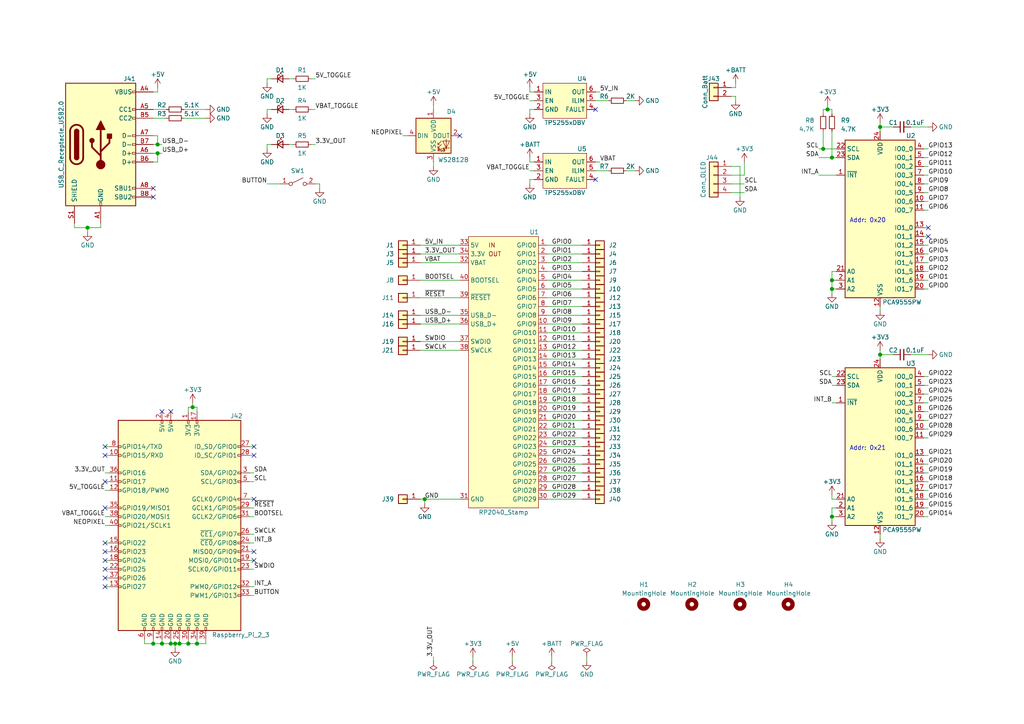
<source format=kicad_sch>
(kicad_sch (version 20230121) (generator eeschema)
  (paper "A4")
  (junction (at 44.45 186.69) (diameter 1.016))
  (junction (at 55.88 118.11) (diameter 1.016))
  (junction (at 255.27 102.87) (diameter 1.016))
  (junction (at 238.76 43.18) (diameter 1.016))
  (junction (at 57.15 186.69) (diameter 1.016))
  (junction (at 123.19 144.78) (diameter 1.016))
  (junction (at 52.07 186.69) (diameter 1.016))
  (junction (at 241.3 45.72) (diameter 1.016))
  (junction (at 241.3 149.86) (diameter 1.016))
  (junction (at 45.72 41.91) (diameter 1.016))
  (junction (at 255.27 36.83) (diameter 1.016))
  (junction (at 49.53 186.69) (diameter 1.016))
  (junction (at 54.61 186.69) (diameter 1.016))
  (junction (at 25.4 66.04) (diameter 1.016))
  (junction (at 241.3 83.82) (diameter 1.016))
  (junction (at 46.99 186.69) (diameter 1.016))
  (junction (at 45.72 44.45) (diameter 1.016))
  (junction (at 241.3 81.28) (diameter 1.016))
  (junction (at 240.03 31.75) (diameter 1.016))
  (junction (at 50.8 186.69) (diameter 1.016))
  (no_connect (at 269.24 66.04))
  (no_connect (at 269.24 68.58))
  (no_connect (at 73.66 129.54))
  (no_connect (at 73.66 132.08))
  (no_connect (at 133.35 39.37))
  (no_connect (at 172.72 31.75))
  (no_connect (at 30.48 157.48))
  (no_connect (at 30.48 160.02))
  (no_connect (at 30.48 162.56))
  (no_connect (at 30.48 165.1))
  (no_connect (at 30.48 167.64))
  (no_connect (at 30.48 170.18))
  (no_connect (at 73.66 144.78))
  (no_connect (at 73.66 160.02))
  (no_connect (at 73.66 162.56))
  (no_connect (at 30.48 129.54))
  (no_connect (at 30.48 132.08))
  (no_connect (at 30.48 139.7))
  (no_connect (at 30.48 147.32))
  (no_connect (at 46.99 119.38))
  (no_connect (at 49.53 119.38))
  (no_connect (at 44.45 54.61))
  (no_connect (at 44.45 57.15))
  (no_connect (at 172.72 52.07))
  (wire (pts (xy 172.72 46.99) (xy 173.99 46.99)))
  (wire (pts (xy 52.07 185.42) (xy 52.07 186.69)))
  (wire (pts (xy 158.75 119.38) (xy 168.91 119.38)))
  (wire (pts (xy 212.09 50.8) (xy 215.9 50.8)))
  (wire (pts (xy 215.9 46.99) (xy 215.9 50.8)))
  (wire (pts (xy 158.75 78.74) (xy 168.91 78.74)))
  (wire (pts (xy 148.59 190.5) (xy 148.59 191.77)))
  (wire (pts (xy 160.02 190.5) (xy 160.02 191.77)))
  (wire (pts (xy 255.27 101.6) (xy 255.27 102.87)))
  (wire (pts (xy 241.3 109.22) (xy 242.57 109.22)))
  (wire (pts (xy 44.45 34.29) (xy 48.26 34.29)))
  (wire (pts (xy 123.19 144.78) (xy 121.92 144.78)))
  (wire (pts (xy 123.19 144.78) (xy 133.35 144.78)))
  (wire (pts (xy 158.75 99.06) (xy 168.91 99.06)))
  (wire (pts (xy 241.3 111.76) (xy 242.57 111.76)))
  (wire (pts (xy 72.39 129.54) (xy 73.66 129.54)))
  (wire (pts (xy 30.48 132.08) (xy 31.75 132.08)))
  (wire (pts (xy 158.75 132.08) (xy 168.91 132.08)))
  (wire (pts (xy 158.75 104.14) (xy 168.91 104.14)))
  (wire (pts (xy 133.35 76.2) (xy 121.92 76.2)))
  (wire (pts (xy 264.16 36.83) (xy 269.24 36.83)))
  (wire (pts (xy 85.09 31.75) (xy 83.82 31.75)))
  (wire (pts (xy 158.75 83.82) (xy 168.91 83.82)))
  (wire (pts (xy 125.73 46.99) (xy 125.73 48.26)))
  (wire (pts (xy 259.08 102.87) (xy 255.27 102.87)))
  (wire (pts (xy 90.17 41.91) (xy 91.44 41.91)))
  (wire (pts (xy 153.67 25.4) (xy 153.67 26.67)))
  (wire (pts (xy 154.94 26.67) (xy 153.67 26.67)))
  (wire (pts (xy 267.97 127) (xy 269.24 127)))
  (wire (pts (xy 30.48 165.1) (xy 31.75 165.1)))
  (wire (pts (xy 77.47 24.13) (xy 77.47 22.86)))
  (wire (pts (xy 30.48 137.16) (xy 31.75 137.16)))
  (wire (pts (xy 30.48 157.48) (xy 31.75 157.48)))
  (wire (pts (xy 255.27 102.87) (xy 255.27 104.14)))
  (wire (pts (xy 267.97 83.82) (xy 269.24 83.82)))
  (wire (pts (xy 267.97 137.16) (xy 269.24 137.16)))
  (wire (pts (xy 158.75 73.66) (xy 168.91 73.66)))
  (wire (pts (xy 21.59 64.77) (xy 21.59 66.04)))
  (wire (pts (xy 44.45 26.67) (xy 45.72 26.67)))
  (wire (pts (xy 25.4 66.04) (xy 29.21 66.04)))
  (wire (pts (xy 44.45 41.91) (xy 45.72 41.91)))
  (wire (pts (xy 267.97 132.08) (xy 269.24 132.08)))
  (wire (pts (xy 45.72 44.45) (xy 46.99 44.45)))
  (wire (pts (xy 77.47 41.91) (xy 78.74 41.91)))
  (wire (pts (xy 255.27 154.94) (xy 255.27 156.21)))
  (wire (pts (xy 212.09 53.34) (xy 215.9 53.34)))
  (wire (pts (xy 77.47 41.91) (xy 77.47 43.18)))
  (wire (pts (xy 72.39 144.78) (xy 73.66 144.78)))
  (wire (pts (xy 158.75 88.9) (xy 168.91 88.9)))
  (wire (pts (xy 158.75 109.22) (xy 168.91 109.22)))
  (wire (pts (xy 267.97 71.12) (xy 269.24 71.12)))
  (wire (pts (xy 267.97 111.76) (xy 269.24 111.76)))
  (wire (pts (xy 54.61 118.11) (xy 54.61 119.38)))
  (wire (pts (xy 212.09 27.94) (xy 213.36 27.94)))
  (wire (pts (xy 30.48 149.86) (xy 31.75 149.86)))
  (wire (pts (xy 158.75 96.52) (xy 168.91 96.52)))
  (wire (pts (xy 241.3 83.82) (xy 241.3 85.09)))
  (wire (pts (xy 242.57 83.82) (xy 241.3 83.82)))
  (wire (pts (xy 30.48 160.02) (xy 31.75 160.02)))
  (wire (pts (xy 158.75 137.16) (xy 168.91 137.16)))
  (wire (pts (xy 241.3 116.84) (xy 242.57 116.84)))
  (wire (pts (xy 259.08 36.83) (xy 255.27 36.83)))
  (wire (pts (xy 267.97 76.2) (xy 269.24 76.2)))
  (wire (pts (xy 41.91 185.42) (xy 41.91 186.69)))
  (wire (pts (xy 41.91 186.69) (xy 44.45 186.69)))
  (wire (pts (xy 44.45 186.69) (xy 46.99 186.69)))
  (wire (pts (xy 46.99 186.69) (xy 49.53 186.69)))
  (wire (pts (xy 49.53 186.69) (xy 50.8 186.69)))
  (wire (pts (xy 50.8 186.69) (xy 52.07 186.69)))
  (wire (pts (xy 52.07 186.69) (xy 54.61 186.69)))
  (wire (pts (xy 54.61 186.69) (xy 57.15 186.69)))
  (wire (pts (xy 57.15 186.69) (xy 59.69 186.69)))
  (wire (pts (xy 59.69 185.42) (xy 59.69 186.69)))
  (wire (pts (xy 72.39 157.48) (xy 73.66 157.48)))
  (wire (pts (xy 85.09 41.91) (xy 83.82 41.91)))
  (wire (pts (xy 30.48 147.32) (xy 31.75 147.32)))
  (wire (pts (xy 45.72 41.91) (xy 46.99 41.91)))
  (wire (pts (xy 240.03 30.48) (xy 240.03 31.75)))
  (wire (pts (xy 45.72 25.4) (xy 45.72 26.67)))
  (wire (pts (xy 242.57 144.78) (xy 241.3 144.78)))
  (wire (pts (xy 267.97 139.7) (xy 269.24 139.7)))
  (wire (pts (xy 72.39 147.32) (xy 73.66 147.32)))
  (wire (pts (xy 90.17 22.86) (xy 91.44 22.86)))
  (wire (pts (xy 267.97 116.84) (xy 269.24 116.84)))
  (wire (pts (xy 242.57 149.86) (xy 241.3 149.86)))
  (wire (pts (xy 212.09 55.88) (xy 215.9 55.88)))
  (wire (pts (xy 116.84 39.37) (xy 118.11 39.37)))
  (wire (pts (xy 267.97 109.22) (xy 269.24 109.22)))
  (wire (pts (xy 72.39 165.1) (xy 73.66 165.1)))
  (wire (pts (xy 241.3 81.28) (xy 241.3 83.82)))
  (wire (pts (xy 242.57 81.28) (xy 241.3 81.28)))
  (wire (pts (xy 158.75 81.28) (xy 168.91 81.28)))
  (wire (pts (xy 158.75 134.62) (xy 168.91 134.62)))
  (wire (pts (xy 267.97 48.26) (xy 269.24 48.26)))
  (wire (pts (xy 267.97 119.38) (xy 269.24 119.38)))
  (wire (pts (xy 158.75 124.46) (xy 168.91 124.46)))
  (wire (pts (xy 158.75 114.3) (xy 168.91 114.3)))
  (wire (pts (xy 91.44 53.34) (xy 92.71 53.34)))
  (wire (pts (xy 213.36 27.94) (xy 213.36 29.21)))
  (wire (pts (xy 72.39 162.56) (xy 73.66 162.56)))
  (wire (pts (xy 172.72 29.21) (xy 176.53 29.21)))
  (wire (pts (xy 21.59 66.04) (xy 25.4 66.04)))
  (wire (pts (xy 125.73 31.75) (xy 125.73 30.48)))
  (wire (pts (xy 90.17 31.75) (xy 91.44 31.75)))
  (wire (pts (xy 44.45 46.99) (xy 45.72 46.99)))
  (wire (pts (xy 267.97 114.3) (xy 269.24 114.3)))
  (wire (pts (xy 241.3 149.86) (xy 241.3 151.13)))
  (wire (pts (xy 77.47 31.75) (xy 77.47 33.02)))
  (wire (pts (xy 238.76 31.75) (xy 240.03 31.75)))
  (wire (pts (xy 238.76 33.02) (xy 238.76 31.75)))
  (wire (pts (xy 240.03 31.75) (xy 241.3 31.75)))
  (wire (pts (xy 241.3 31.75) (xy 241.3 33.02)))
  (wire (pts (xy 158.75 127) (xy 168.91 127)))
  (wire (pts (xy 133.35 71.12) (xy 121.92 71.12)))
  (wire (pts (xy 158.75 101.6) (xy 168.91 101.6)))
  (wire (pts (xy 255.27 35.56) (xy 255.27 36.83)))
  (wire (pts (xy 255.27 36.83) (xy 255.27 38.1)))
  (wire (pts (xy 133.35 86.36) (xy 121.92 86.36)))
  (wire (pts (xy 158.75 91.44) (xy 168.91 91.44)))
  (wire (pts (xy 267.97 43.18) (xy 269.24 43.18)))
  (wire (pts (xy 267.97 50.8) (xy 269.24 50.8)))
  (wire (pts (xy 55.88 116.84) (xy 55.88 118.11)))
  (wire (pts (xy 45.72 46.99) (xy 45.72 44.45)))
  (wire (pts (xy 212.09 48.26) (xy 214.63 48.26)))
  (wire (pts (xy 181.61 29.21) (xy 184.15 29.21)))
  (wire (pts (xy 133.35 91.44) (xy 121.92 91.44)))
  (wire (pts (xy 44.45 39.37) (xy 45.72 39.37)))
  (wire (pts (xy 133.35 99.06) (xy 121.92 99.06)))
  (wire (pts (xy 267.97 45.72) (xy 269.24 45.72)))
  (wire (pts (xy 172.72 49.53) (xy 176.53 49.53)))
  (wire (pts (xy 123.19 146.05) (xy 123.19 144.78)))
  (wire (pts (xy 264.16 102.87) (xy 269.24 102.87)))
  (wire (pts (xy 44.45 44.45) (xy 45.72 44.45)))
  (wire (pts (xy 54.61 185.42) (xy 54.61 186.69)))
  (wire (pts (xy 267.97 149.86) (xy 269.24 149.86)))
  (wire (pts (xy 241.3 78.74) (xy 241.3 81.28)))
  (wire (pts (xy 242.57 78.74) (xy 241.3 78.74)))
  (wire (pts (xy 267.97 73.66) (xy 269.24 73.66)))
  (wire (pts (xy 153.67 31.75) (xy 153.67 33.02)))
  (wire (pts (xy 154.94 31.75) (xy 153.67 31.75)))
  (wire (pts (xy 44.45 185.42) (xy 44.45 186.69)))
  (wire (pts (xy 30.48 139.7) (xy 31.75 139.7)))
  (wire (pts (xy 158.75 121.92) (xy 168.91 121.92)))
  (wire (pts (xy 158.75 144.78) (xy 168.91 144.78)))
  (wire (pts (xy 267.97 121.92) (xy 269.24 121.92)))
  (wire (pts (xy 153.67 45.72) (xy 153.67 46.99)))
  (wire (pts (xy 181.61 49.53) (xy 184.15 49.53)))
  (wire (pts (xy 267.97 147.32) (xy 269.24 147.32)))
  (wire (pts (xy 170.18 190.5) (xy 170.18 191.77)))
  (wire (pts (xy 45.72 39.37) (xy 45.72 41.91)))
  (wire (pts (xy 158.75 106.68) (xy 168.91 106.68)))
  (wire (pts (xy 267.97 142.24) (xy 269.24 142.24)))
  (wire (pts (xy 133.35 81.28) (xy 121.92 81.28)))
  (wire (pts (xy 133.35 101.6) (xy 121.92 101.6)))
  (wire (pts (xy 158.75 116.84) (xy 168.91 116.84)))
  (wire (pts (xy 267.97 55.88) (xy 269.24 55.88)))
  (wire (pts (xy 137.16 190.5) (xy 137.16 191.77)))
  (wire (pts (xy 57.15 118.11) (xy 57.15 119.38)))
  (wire (pts (xy 133.35 73.66) (xy 121.92 73.66)))
  (wire (pts (xy 133.35 93.98) (xy 121.92 93.98)))
  (wire (pts (xy 72.39 160.02) (xy 73.66 160.02)))
  (wire (pts (xy 30.48 162.56) (xy 31.75 162.56)))
  (wire (pts (xy 25.4 66.04) (xy 25.4 67.31)))
  (wire (pts (xy 158.75 71.12) (xy 168.91 71.12)))
  (wire (pts (xy 85.09 22.86) (xy 83.82 22.86)))
  (wire (pts (xy 267.97 78.74) (xy 269.24 78.74)))
  (wire (pts (xy 158.75 142.24) (xy 168.91 142.24)))
  (wire (pts (xy 213.36 24.13) (xy 213.36 25.4)))
  (wire (pts (xy 212.09 25.4) (xy 213.36 25.4)))
  (wire (pts (xy 242.57 147.32) (xy 241.3 147.32)))
  (wire (pts (xy 214.63 57.15) (xy 214.63 48.26)))
  (wire (pts (xy 50.8 186.69) (xy 50.8 187.96)))
  (wire (pts (xy 77.47 31.75) (xy 78.74 31.75)))
  (wire (pts (xy 44.45 31.75) (xy 48.26 31.75)))
  (wire (pts (xy 238.76 43.18) (xy 238.76 38.1)))
  (wire (pts (xy 153.67 29.21) (xy 154.94 29.21)))
  (wire (pts (xy 237.49 50.8) (xy 242.57 50.8)))
  (wire (pts (xy 30.48 167.64) (xy 31.75 167.64)))
  (wire (pts (xy 72.39 172.72) (xy 73.66 172.72)))
  (wire (pts (xy 154.94 46.99) (xy 153.67 46.99)))
  (wire (pts (xy 158.75 86.36) (xy 168.91 86.36)))
  (wire (pts (xy 72.39 154.94) (xy 73.66 154.94)))
  (wire (pts (xy 267.97 134.62) (xy 269.24 134.62)))
  (wire (pts (xy 30.48 152.4) (xy 31.75 152.4)))
  (wire (pts (xy 158.75 111.76) (xy 168.91 111.76)))
  (wire (pts (xy 30.48 129.54) (xy 31.75 129.54)))
  (wire (pts (xy 241.3 147.32) (xy 241.3 149.86)))
  (wire (pts (xy 29.21 66.04) (xy 29.21 64.77)))
  (wire (pts (xy 241.3 143.51) (xy 241.3 144.78)))
  (wire (pts (xy 54.61 118.11) (xy 55.88 118.11)))
  (wire (pts (xy 55.88 118.11) (xy 57.15 118.11)))
  (wire (pts (xy 267.97 81.28) (xy 269.24 81.28)))
  (wire (pts (xy 77.47 22.86) (xy 78.74 22.86)))
  (wire (pts (xy 154.94 52.07) (xy 153.67 52.07)))
  (wire (pts (xy 30.48 170.18) (xy 31.75 170.18)))
  (wire (pts (xy 46.99 185.42) (xy 46.99 186.69)))
  (wire (pts (xy 158.75 93.98) (xy 168.91 93.98)))
  (wire (pts (xy 158.75 76.2) (xy 168.91 76.2)))
  (wire (pts (xy 72.39 170.18) (xy 73.66 170.18)))
  (wire (pts (xy 30.48 142.24) (xy 31.75 142.24)))
  (wire (pts (xy 72.39 149.86) (xy 73.66 149.86)))
  (wire (pts (xy 49.53 185.42) (xy 49.53 186.69)))
  (wire (pts (xy 81.28 53.34) (xy 77.47 53.34)))
  (wire (pts (xy 125.73 190.5) (xy 125.73 191.77)))
  (wire (pts (xy 237.49 43.18) (xy 238.76 43.18)))
  (wire (pts (xy 238.76 43.18) (xy 242.57 43.18)))
  (wire (pts (xy 53.34 34.29) (xy 59.69 34.29)))
  (wire (pts (xy 241.3 45.72) (xy 241.3 38.1)))
  (wire (pts (xy 267.97 58.42) (xy 269.24 58.42)))
  (wire (pts (xy 267.97 144.78) (xy 269.24 144.78)))
  (wire (pts (xy 267.97 68.58) (xy 269.24 68.58)))
  (wire (pts (xy 153.67 49.53) (xy 154.94 49.53)))
  (wire (pts (xy 53.34 31.75) (xy 59.69 31.75)))
  (wire (pts (xy 153.67 52.07) (xy 153.67 53.34)))
  (wire (pts (xy 72.39 132.08) (xy 73.66 132.08)))
  (wire (pts (xy 267.97 66.04) (xy 269.24 66.04)))
  (wire (pts (xy 57.15 185.42) (xy 57.15 186.69)))
  (wire (pts (xy 267.97 53.34) (xy 269.24 53.34)))
  (wire (pts (xy 267.97 60.96) (xy 269.24 60.96)))
  (wire (pts (xy 158.75 139.7) (xy 168.91 139.7)))
  (wire (pts (xy 237.49 45.72) (xy 241.3 45.72)))
  (wire (pts (xy 241.3 45.72) (xy 242.57 45.72)))
  (wire (pts (xy 255.27 88.9) (xy 255.27 90.17)))
  (wire (pts (xy 92.71 53.34) (xy 92.71 54.61)))
  (wire (pts (xy 72.39 137.16) (xy 73.66 137.16)))
  (wire (pts (xy 158.75 129.54) (xy 168.91 129.54)))
  (wire (pts (xy 172.72 26.67) (xy 173.99 26.67)))
  (wire (pts (xy 267.97 124.46) (xy 269.24 124.46)))
  (wire (pts (xy 72.39 139.7) (xy 73.66 139.7)))
  (text "Addr: 0x20" (at 246.38 64.77 0) (effects (font (size 1.27 1.27)) (justify left bottom)))
  (text "Addr: 0x21" (at 246.38 130.81 0) (effects (font (size 1.27 1.27)) (justify left bottom)))
  (label "VBAT_TOGGLE" (at 91.44 31.75 0))
  (label "GPIO29" (at 160.02 144.78 0))
  (label "SDA" (at 215.9 55.88 0))
  (label "GPIO9" (at 269.24 53.34 0))
  (label "GND" (at 123.19 144.78 0))
  (label "5V_TOGGLE" (at 30.48 142.24 180))
  (label "VBAT" (at 123.19 76.2 0))
  (label "GPIO17" (at 160.02 114.3 0))
  (label "GPIO24" (at 160.02 132.08 0))
  (label "GPIO26" (at 160.02 137.16 0))
  (label "USB_D-" (at 46.99 41.91 0))
  (label "3.3V_OUT" (at 125.73 190.5 90))
  (label "BOOTSEL" (at 123.19 81.28 0))
  (label "GPIO21" (at 269.24 132.08 0))
  (label "NEOPIXEL" (at 116.84 39.37 180))
  (label "BUTTON" (at 73.66 172.72 0))
  (label "GPIO11" (at 160.02 99.06 0))
  (label "GPIO25" (at 269.24 116.84 0))
  (label "5V_IN" (at 173.99 26.67 0))
  (label "GPIO14" (at 269.24 149.86 0))
  (label "GPIO15" (at 160.02 109.22 0))
  (label "VBAT_TOGGLE" (at 30.48 149.86 180))
  (label "3.3V_OUT" (at 123.19 73.66 0))
  (label "GPIO19" (at 160.02 119.38 0))
  (label "USB_D+" (at 46.99 44.45 0))
  (label "GPIO26" (at 269.24 119.38 0))
  (label "INT_B" (at 73.66 157.48 0))
  (label "SDA" (at 237.49 45.72 180))
  (label "GPIO17" (at 269.24 142.24 0))
  (label "GPIO22" (at 160.02 127 0))
  (label "USB_D-" (at 123.19 91.44 0))
  (label "SCL" (at 215.9 53.34 0))
  (label "BUTTON" (at 77.47 53.34 180))
  (label "GPIO7" (at 160.02 88.9 0))
  (label "SWDIO" (at 73.66 165.1 0))
  (label "GPIO11" (at 269.24 48.26 0))
  (label "GPIO3" (at 160.02 78.74 0))
  (label "SCL" (at 237.49 43.18 180))
  (label "GPIO5" (at 269.24 71.12 0))
  (label "GPIO14" (at 160.02 106.68 0))
  (label "GPIO27" (at 269.24 121.92 0))
  (label "GPIO22" (at 269.24 109.22 0))
  (label "BOOTSEL" (at 73.66 149.86 0))
  (label "SWDIO" (at 123.19 99.06 0))
  (label "GPIO5" (at 160.02 83.82 0))
  (label "GPIO21" (at 160.02 124.46 0))
  (label "GPIO6" (at 269.24 60.96 0))
  (label "GPIO29" (at 269.24 127 0))
  (label "GPIO7" (at 269.24 58.42 0))
  (label "GPIO1" (at 160.02 73.66 0))
  (label "GPIO23" (at 269.24 111.76 0))
  (label "GPIO12" (at 269.24 45.72 0))
  (label "GPIO4" (at 269.24 73.66 0))
  (label "USB_D+" (at 123.19 93.98 0))
  (label "GPIO16" (at 160.02 111.76 0))
  (label "GPIO13" (at 269.24 43.18 0))
  (label "GPIO18" (at 160.02 116.84 0))
  (label "5V_TOGGLE" (at 91.44 22.86 0))
  (label "GPIO9" (at 160.02 93.98 0))
  (label "GPIO27" (at 160.02 139.7 0))
  (label "GPIO2" (at 269.24 78.74 0))
  (label "VBAT_TOGGLE" (at 153.67 49.53 180))
  (label "GPIO20" (at 160.02 121.92 0))
  (label "GPIO6" (at 160.02 86.36 0))
  (label "INT_A" (at 73.66 170.18 0))
  (label "INT_B" (at 241.3 116.84 180))
  (label "GPIO8" (at 160.02 91.44 0))
  (label "NEOPIXEL" (at 30.48 152.4 180))
  (label "GPIO18" (at 269.24 139.7 0))
  (label "3.3V_OUT" (at 91.44 41.91 0))
  (label "SDA" (at 241.3 111.76 180))
  (label "GPIO3" (at 269.24 76.2 0))
  (label "GPIO0" (at 160.02 71.12 0))
  (label "GPIO10" (at 269.24 50.8 0))
  (label "GPIO4" (at 160.02 81.28 0))
  (label "GPIO15" (at 269.24 147.32 0))
  (label "GPIO28" (at 160.02 142.24 0))
  (label "5V_TOGGLE" (at 153.67 29.21 180))
  (label "5V_IN" (at 123.19 71.12 0))
  (label "VBAT" (at 173.99 46.99 0))
  (label "GPIO20" (at 269.24 134.62 0))
  (label "GPIO0" (at 269.24 83.82 0))
  (label "~{RESET}" (at 123.19 86.36 0))
  (label "GPIO19" (at 269.24 137.16 0))
  (label "GPIO1" (at 269.24 81.28 0))
  (label "GPIO25" (at 160.02 134.62 0))
  (label "GPIO12" (at 160.02 101.6 0))
  (label "GPIO28" (at 269.24 124.46 0))
  (label "GPIO13" (at 160.02 104.14 0))
  (label "GPIO16" (at 269.24 144.78 0))
  (label "SWCLK" (at 123.19 101.6 0))
  (label "GPIO23" (at 160.02 129.54 0))
  (label "SWCLK" (at 73.66 154.94 0))
  (label "GPIO8" (at 269.24 55.88 0))
  (label "INT_A" (at 237.49 50.8 180))
  (label "GPIO24" (at 269.24 114.3 0))
  (label "3.3V_OUT" (at 30.48 137.16 180))
  (label "SDA" (at 73.66 137.16 0))
  (label "GPIO10" (at 160.02 96.52 0))
  (label "SCL" (at 241.3 109.22 180))
  (label "SCL" (at 73.66 139.7 0))
  (label "~{RESET}" (at 73.66 147.32 0))
  (label "GPIO2" (at 160.02 76.2 0))
  (symbol (lib_id "Connector_Generic:Conn_01x01") (at 173.99 71.12 0) (unit 1)
    (property "Reference" "J2" (at 176.53 71.1199 0) (effects (justify left)))
    (property "Value" "Conn_01x01" (effects hide))
    (property "Footprint" "Connector_Extra:StampSpring_1x01_P1.00mm_Vertical" (effects hide))
  )
  (symbol (lib_id "Device:R_Small") (at 179.07 29.21 270) (unit 1)
    (property "Reference" "R6" (at 175.26 27.94 90))
    (property "Value" "2K" (at 182.88 27.94 90))
    (property "Footprint" "Resistor_SMD:R_0603_1608Metric" (effects hide))
  )
  (symbol (lib_id "LED:WS2812B") (at 125.73 39.37 0) (unit 1)
    (property "Reference" "D4" (at 129.54 32.3849 0) (effects (justify left)))
    (property "Value" "WS2812B" (at 127 46.3549 0) (effects (justify left)))
    (property "Footprint" "LED_SMD:LED_WS2812B_PLCC4_5.0x5.0mm_P3.2mm" (effects hide))
    (property "Datasheet" "https://cdn-shop.adafruit.com/datasheets/WS2812B.pdf" (effects hide))
  )
  (symbol (lib_id "Connector_Generic:Conn_01x01") (at 173.99 78.74 0) (unit 1)
    (property "Reference" "J7" (at 176.53 78.7399 0) (effects (justify left)))
    (property "Value" "Conn_01x01" (effects hide))
    (property "Footprint" "Connector_Extra:StampSpring_1x01_P1.00mm_Vertical" (effects hide))
  )
  (symbol (lib_id "power:GND") (at 59.69 31.75 90) (unit 1)
    (property "Reference" "#PWR0127" (effects hide))
    (property "Value" "GND" (at 64.77 31.75 90))
  )
  (symbol (lib_id "Interface_Expansion:PCA9555PW") (at 255.27 63.5 0) (unit 1)
    (property "Reference" "U2" (at 264.16 39.37 0))
    (property "Value" "PCA9555PW" (at 261.62 87.63 0))
    (property "Footprint" "Package_SO:TSSOP-24_4.4x7.8mm_P0.65mm" (effects hide))
    (property "Datasheet" "https://www.nxp.com/docs/en/data-sheet/PCA9555.pdf" (effects hide))
  )
  (symbol (lib_id "Connector_Generic:Conn_01x01") (at 173.99 137.16 0) (unit 1)
    (property "Reference" "J36" (at 176.53 137.1599 0) (effects (justify left)))
    (property "Value" "Conn_01x01" (effects hide))
    (property "Footprint" "Connector_Extra:StampSpring_1x01_P1.00mm_Vertical" (effects hide))
  )
  (symbol (lib_id "power:GND") (at 269.24 36.83 90) (unit 1)
    (property "Reference" "#PWR0114" (effects hide))
    (property "Value" "GND" (at 274.32 36.83 90))
  )
  (symbol (lib_id "power:GND") (at 59.69 34.29 90) (unit 1)
    (property "Reference" "#PWR0128" (effects hide))
    (property "Value" "GND" (at 64.77 34.29 90))
  )
  (symbol (lib_id "Connector_Generic:Conn_01x01") (at 116.84 76.2 0) (mirror y) (unit 1)
    (property "Reference" "J5" (at 114.3 76.1999 0) (effects (justify left)))
    (property "Value" "Conn_01x01" (effects hide))
    (property "Footprint" "Connector_Extra:StampSpring_1x01_P1.00mm_Vertical" (effects hide))
  )
  (symbol (lib_id "power:GND") (at 184.15 29.21 90) (unit 1)
    (property "Reference" "#PWR0137" (effects hide))
    (property "Value" "GND" (at 189.23 29.21 90))
  )
  (symbol (lib_id "power:GND") (at 77.47 24.13 0) (unit 1)
    (property "Reference" "#PWR0115" (effects hide))
    (property "Value" "GND" (at 77.47 27.94 0))
  )
  (symbol (lib_id "power:GND") (at 125.73 48.26 0) (unit 1)
    (property "Reference" "#PWR0135" (effects hide))
    (property "Value" "GND" (at 125.73 52.07 0))
  )
  (symbol (lib_id "power:+BATT") (at 153.67 45.72 0) (unit 1)
    (property "Reference" "#PWR0120" (effects hide))
    (property "Value" "+BATT" (at 153.67 41.91 0))
  )
  (symbol (lib_id "Connector_Generic:Conn_01x01") (at 173.99 114.3 0) (unit 1)
    (property "Reference" "J27" (at 176.53 114.2999 0) (effects (justify left)))
    (property "Value" "Conn_01x01" (effects hide))
    (property "Footprint" "Connector_Extra:StampSpring_1x01_P1.00mm_Vertical" (effects hide))
  )
  (symbol (lib_id "Connector_Generic:Conn_01x01") (at 173.99 99.06 0) (unit 1)
    (property "Reference" "J20" (at 176.53 99.0599 0) (effects (justify left)))
    (property "Value" "Conn_01x01" (effects hide))
    (property "Footprint" "Connector_Extra:StampSpring_1x01_P1.00mm_Vertical" (effects hide))
  )
  (symbol (lib_id "Connector_Generic:Conn_01x01") (at 116.84 91.44 0) (mirror y) (unit 1)
    (property "Reference" "J14" (at 114.3 91.4399 0) (effects (justify left)))
    (property "Value" "Conn_01x01" (effects hide))
    (property "Footprint" "Connector_Extra:StampSpring_1x01_P1.00mm_Vertical" (effects hide))
  )
  (symbol (lib_id "Power_Management_Extra:TPS255xDBV") (at 163.83 49.53 0) (unit 1)
    (property "Reference" "U5" (at 170.18 43.18 0) (effects (justify right)))
    (property "Value" "TPS255xDBV" (at 163.83 55.88 0))
    (property "Footprint" "Package_TO_SOT_SMD:SOT-23-6" (effects hide))
    (property "Datasheet" "https://www.ti.com/lit/ds/symlink/tps2553.pdf?ts=1623319268565&ref_url=https%253A%252F%252Fwww.ti.com%252Fproduct%252FTPS2553" (effects hide))
  )
  (symbol (lib_id "Connector_Generic:Conn_01x01") (at 116.84 93.98 0) (mirror y) (unit 1)
    (property "Reference" "J16" (at 114.3 93.9799 0) (effects (justify left)))
    (property "Value" "Conn_01x01" (effects hide))
    (property "Footprint" "Connector_Extra:StampSpring_1x01_P1.00mm_Vertical" (effects hide))
  )
  (symbol (lib_id "Device:LED_Small") (at 81.28 22.86 0) (unit 1)
    (property "Reference" "D1" (at 81.28 20.32 0))
    (property "Value" "LED_5V_TGL" (effects hide))
    (property "Footprint" "LED_SMD:LED_0603_1608Metric" (effects hide))
  )
  (symbol (lib_id "RP2040_Stamp:RP2040_Stamp") (at 146.05 110.49 0) (unit 1)
    (property "Reference" "U1" (at 154.94 67.31 0))
    (property "Value" "RP2040_Stamp" (at 146.05 148.59 0))
    (property "Footprint" "RP2040_Stamp:RP2040_Stamp_SMD" (effects hide))
  )
  (symbol (lib_id "Connector_Generic:Conn_01x01") (at 173.99 124.46 0) (unit 1)
    (property "Reference" "J31" (at 176.53 124.4599 0) (effects (justify left)))
    (property "Value" "Conn_01x01" (effects hide))
    (property "Footprint" "Connector_Extra:StampSpring_1x01_P1.00mm_Vertical" (effects hide))
  )
  (symbol (lib_id "power:GND") (at 77.47 33.02 0) (unit 1)
    (property "Reference" "#PWR0116" (effects hide))
    (property "Value" "GND" (at 77.47 36.83 0))
  )
  (symbol (lib_id "power:+BATT") (at 213.36 24.13 0) (unit 1)
    (property "Reference" "#PWR0119" (effects hide))
    (property "Value" "+BATT" (at 213.36 20.32 0))
  )
  (symbol (lib_id "power:GND") (at 241.3 85.09 0) (unit 1)
    (property "Reference" "#PWR0103" (effects hide))
    (property "Value" "GND" (at 241.3 88.9 0))
  )
  (symbol (lib_id "power:+3.3V") (at 215.9 46.99 0) (unit 1)
    (property "Reference" "#PWR0132" (effects hide))
    (property "Value" "+3.3V" (at 215.9 43.18 0))
  )
  (symbol (lib_id "Connector_Generic:Conn_01x01") (at 116.84 73.66 0) (mirror y) (unit 1)
    (property "Reference" "J3" (at 114.3 73.6599 0) (effects (justify left)))
    (property "Value" "Conn_01x01" (effects hide))
    (property "Footprint" "Connector_Extra:StampSpring_1x01_P1.00mm_Vertical" (effects hide))
  )
  (symbol (lib_id "Connector_Generic:Conn_01x01") (at 173.99 91.44 0) (unit 1)
    (property "Reference" "J15" (at 176.53 91.4399 0) (effects (justify left)))
    (property "Value" "Conn_01x01" (effects hide))
    (property "Footprint" "Connector_Extra:StampSpring_1x01_P1.00mm_Vertical" (effects hide))
  )
  (symbol (lib_id "Device:LED_Small") (at 81.28 31.75 0) (unit 1)
    (property "Reference" "D2" (at 81.28 29.21 0))
    (property "Value" "LED_VBAT_TGL" (effects hide))
    (property "Footprint" "LED_SMD:LED_0603_1608Metric" (effects hide))
  )
  (symbol (lib_id "power:GND") (at 241.3 151.13 0) (unit 1)
    (property "Reference" "#PWR0106" (effects hide))
    (property "Value" "GND" (at 241.3 154.94 0))
  )
  (symbol (lib_id "power:GND") (at 255.27 156.21 0) (unit 1)
    (property "Reference" "#PWR0107" (effects hide))
    (property "Value" "GND" (at 255.27 160.02 0))
  )
  (symbol (lib_id "power:PWR_FLAG") (at 148.59 191.77 180) (unit 1)
    (property "Reference" "#FLG0104" (effects hide))
    (property "Value" "PWR_FLAG" (at 148.59 195.58 0))
  )
  (symbol (lib_id "power:+5V") (at 125.73 30.48 0) (unit 1)
    (property "Reference" "#PWR0134" (effects hide))
    (property "Value" "+5V" (at 125.73 26.67 0))
  )
  (symbol (lib_id "Connector_Generic:Conn_01x01") (at 173.99 88.9 0) (unit 1)
    (property "Reference" "J13" (at 176.53 88.8999 0) (effects (justify left)))
    (property "Value" "Conn_01x01" (effects hide))
    (property "Footprint" "Connector_Extra:StampSpring_1x01_P1.00mm_Vertical" (effects hide))
  )
  (symbol (lib_id "Device:R_Small") (at 50.8 31.75 90) (unit 1)
    (property "Reference" "R2" (at 48.26 30.48 90) (effects (justify left)))
    (property "Value" "5.1K" (at 53.34 30.48 90) (effects (justify right)))
    (property "Footprint" "Resistor_SMD:R_0603_1608Metric" (effects hide))
  )
  (symbol (lib_id "Connector_Generic:Conn_01x01") (at 173.99 121.92 0) (unit 1)
    (property "Reference" "J30" (at 176.53 121.9199 0) (effects (justify left)))
    (property "Value" "Conn_01x01" (effects hide))
    (property "Footprint" "Connector_Extra:StampSpring_1x01_P1.00mm_Vertical" (effects hide))
  )
  (symbol (lib_id "Connector_Generic:Conn_01x01") (at 173.99 129.54 0) (unit 1)
    (property "Reference" "J33" (at 176.53 129.5399 0) (effects (justify left)))
    (property "Value" "Conn_01x01" (effects hide))
    (property "Footprint" "Connector_Extra:StampSpring_1x01_P1.00mm_Vertical" (effects hide))
  )
  (symbol (lib_id "power:GND") (at 92.71 54.61 0) (mirror y) (unit 1)
    (property "Reference" "#PWR0133" (effects hide))
    (property "Value" "GND" (at 92.71 58.42 0))
  )
  (symbol (lib_id "power:+5V") (at 148.59 190.5 0) (unit 1)
    (property "Reference" "#PWR0111" (effects hide))
    (property "Value" "+5V" (at 148.59 186.69 0))
  )
  (symbol (lib_id "power:GND") (at 170.18 191.77 0) (unit 1)
    (property "Reference" "#PWR0109" (effects hide))
    (property "Value" "GND" (at 170.18 195.58 0))
  )
  (symbol (lib_id "Connector_Generic:Conn_01x01") (at 173.99 139.7 0) (unit 1)
    (property "Reference" "J37" (at 176.53 139.6999 0) (effects (justify left)))
    (property "Value" "Conn_01x01" (effects hide))
    (property "Footprint" "Connector_Extra:StampSpring_1x01_P1.00mm_Vertical" (effects hide))
  )
  (symbol (lib_id "Connector_Generic:Conn_01x01") (at 116.84 144.78 0) (mirror y) (unit 1)
    (property "Reference" "J39" (at 114.3 144.7799 0) (effects (justify left)))
    (property "Value" "Conn_01x01" (effects hide))
    (property "Footprint" "Connector_Extra:StampSpring_1x01_P1.00mm_Vertical" (effects hide))
  )
  (symbol (lib_id "Device:R_Small") (at 238.76 35.56 0) (mirror y) (unit 1)
    (property "Reference" "R8" (at 236.22 34.9249 0) (effects (justify left)))
    (property "Value" "4.7K" (at 236.22 37.4649 0) (effects (justify left)))
    (property "Footprint" "Resistor_SMD:R_0603_1608Metric" (effects hide))
  )
  (symbol (lib_id "Device:C_Small") (at 261.62 102.87 90) (unit 1)
    (property "Reference" "C2" (at 259.08 101.6 90))
    (property "Value" "0.1uF" (at 265.43 101.6 90))
    (property "Footprint" "Capacitor_SMD:C_0603_1608Metric" (effects hide))
  )
  (symbol (lib_id "Mechanical:MountingHole") (at 186.69 175.26 270) (unit 1)
    (property "Reference" "H1" (at 185.42 169.5449 90) (effects (justify left)))
    (property "Value" "MountingHole" (at 180.34 172.0849 90) (effects (justify left)))
    (property "Footprint" "MountingHole:MountingHole_3.2mm_M3" (effects hide))
  )
  (symbol (lib_id "power:GND") (at 123.19 146.05 0) (unit 1)
    (property "Reference" "#PWR0124" (effects hide))
    (property "Value" "GND" (at 123.19 149.86 0))
  )
  (symbol (lib_id "power:PWR_FLAG") (at 137.16 191.77 180) (unit 1)
    (property "Reference" "#FLG0105" (effects hide))
    (property "Value" "PWR_FLAG" (at 137.16 195.58 0))
  )
  (symbol (lib_id "power:GND") (at 153.67 33.02 0) (unit 1)
    (property "Reference" "#PWR0121" (effects hide))
    (property "Value" "GND" (at 153.67 36.83 0))
  )
  (symbol (lib_id "Connector_Generic:Conn_01x04") (at 207.01 50.8 0) (mirror y) (unit 1)
    (property "Reference" "J44" (at 206.502 45.72 0))
    (property "Value" "Conn_OLED" (at 203.962 52.07 90))
    (property "Footprint" "Connector_PinHeader_2.54mm:PinHeader_1x04_P2.54mm_Vertical" (effects hide))
  )
  (symbol (lib_id "Device:LED_Small") (at 81.28 41.91 0) (unit 1)
    (property "Reference" "D3" (at 81.28 39.37 0))
    (property "Value" "LED_VBAT_TGL" (effects hide))
    (property "Footprint" "LED_SMD:LED_0603_1608Metric" (effects hide))
  )
  (symbol (lib_id "Connector_Generic:Conn_01x01") (at 173.99 93.98 0) (unit 1)
    (property "Reference" "J17" (at 176.53 93.9799 0) (effects (justify left)))
    (property "Value" "Conn_01x01" (effects hide))
    (property "Footprint" "Connector_Extra:StampSpring_1x01_P1.00mm_Vertical" (effects hide))
  )
  (symbol (lib_id "Connector_Generic:Conn_01x01") (at 116.84 99.06 0) (mirror y) (unit 1)
    (property "Reference" "J19" (at 114.3 99.0599 0) (effects (justify left)))
    (property "Value" "Conn_01x01" (effects hide))
    (property "Footprint" "Connector_Extra:StampSpring_1x01_P1.00mm_Vertical" (effects hide))
  )
  (symbol (lib_id "Connector:Raspberry_Pi_2_3") (at 52.07 152.4 0) (unit 1)
    (property "Reference" "J42" (at 68.58 120.65 0))
    (property "Value" "Raspberry_Pi_2_3" (at 69.85 184.15 0))
    (property "Footprint" "Connector_PinHeader_2.54mm:PinHeader_2x20_P2.54mm_Vertical" (effects hide))
    (property "Datasheet" "https://www.raspberrypi.org/documentation/hardware/raspberrypi/schematics/rpi_SCH_3bplus_1p0_reduced.pdf" (effects hide))
  )
  (symbol (lib_id "Connector_Generic:Conn_01x01") (at 173.99 127 0) (unit 1)
    (property "Reference" "J32" (at 176.53 126.9999 0) (effects (justify left)))
    (property "Value" "Conn_01x01" (effects hide))
    (property "Footprint" "Connector_Extra:StampSpring_1x01_P1.00mm_Vertical" (effects hide))
  )
  (symbol (lib_id "power:GND") (at 153.67 53.34 0) (unit 1)
    (property "Reference" "#PWR0117" (effects hide))
    (property "Value" "GND" (at 153.67 57.15 0))
  )
  (symbol (lib_id "Connector_Generic:Conn_01x01") (at 173.99 111.76 0) (unit 1)
    (property "Reference" "J26" (at 176.53 111.7599 0) (effects (justify left)))
    (property "Value" "Conn_01x01" (effects hide))
    (property "Footprint" "Connector_Extra:StampSpring_1x01_P1.00mm_Vertical" (effects hide))
  )
  (symbol (lib_id "Connector_Generic:Conn_01x01") (at 173.99 144.78 0) (unit 1)
    (property "Reference" "J40" (at 176.53 144.7799 0) (effects (justify left)))
    (property "Value" "Conn_01x01" (effects hide))
    (property "Footprint" "Connector_Extra:StampSpring_1x01_P1.00mm_Vertical" (effects hide))
  )
  (symbol (lib_id "Connector_Generic:Conn_01x01") (at 173.99 142.24 0) (unit 1)
    (property "Reference" "J38" (at 176.53 142.2399 0) (effects (justify left)))
    (property "Value" "Conn_01x01" (effects hide))
    (property "Footprint" "Connector_Extra:StampSpring_1x01_P1.00mm_Vertical" (effects hide))
  )
  (symbol (lib_id "power:PWR_FLAG") (at 160.02 191.77 180) (unit 1)
    (property "Reference" "#FLG0101" (effects hide))
    (property "Value" "PWR_FLAG" (at 160.02 195.58 0))
  )
  (symbol (lib_id "Interface_Expansion:PCA9555PW") (at 255.27 129.54 0) (unit 1)
    (property "Reference" "U3" (at 264.16 105.41 0))
    (property "Value" "PCA9555PW" (at 261.62 153.67 0))
    (property "Footprint" "Package_SO:TSSOP-24_4.4x7.8mm_P0.65mm" (effects hide))
    (property "Datasheet" "https://www.nxp.com/docs/en/data-sheet/PCA9555.pdf" (effects hide))
  )
  (symbol (lib_id "Connector:USB_C_Receptacle_USB2.0") (at 29.21 41.91 0) (unit 1)
    (property "Reference" "J41" (at 39.37 22.86 0) (effects (justify right)))
    (property "Value" "USB_C_Receptacle_USB2.0" (at 17.78 41.91 90))
    (property "Footprint" "Connector_USB:USB_C_Receptacle_XKB_U262-16XN-4BVC11" (effects hide))
    (property "Datasheet" "https://www.usb.org/sites/default/files/documents/usb_type-c.zip" (effects hide))
    (property "LCSC" "C319148" (effects hide))
  )
  (symbol (lib_id "Mechanical:MountingHole") (at 228.6 175.26 270) (unit 1)
    (property "Reference" "H4" (at 227.33 169.5449 90) (effects (justify left)))
    (property "Value" "MountingHole" (at 222.25 172.0849 90) (effects (justify left)))
    (property "Footprint" "MountingHole:MountingHole_3.2mm_M3" (effects hide))
  )
  (symbol (lib_id "Connector_Generic:Conn_01x01") (at 173.99 73.66 0) (unit 1)
    (property "Reference" "J4" (at 176.53 73.6599 0) (effects (justify left)))
    (property "Value" "Conn_01x01" (effects hide))
    (property "Footprint" "Connector_Extra:StampSpring_1x01_P1.00mm_Vertical" (effects hide))
  )
  (symbol (lib_id "power:GND") (at 213.36 29.21 0) (unit 1)
    (property "Reference" "#PWR0118" (effects hide))
    (property "Value" "GND" (at 213.36 33.02 0))
  )
  (symbol (lib_id "power:GND") (at 214.63 57.15 0) (unit 1)
    (property "Reference" "#PWR0131" (effects hide))
    (property "Value" "GND" (at 214.63 60.96 0))
  )
  (symbol (lib_id "Mechanical:MountingHole") (at 214.63 175.26 270) (unit 1)
    (property "Reference" "H3" (at 213.36 169.5449 90) (effects (justify left)))
    (property "Value" "MountingHole" (at 208.28 172.0849 90) (effects (justify left)))
    (property "Footprint" "MountingHole:MountingHole_3.2mm_M3" (effects hide))
  )
  (symbol (lib_id "power:+BATT") (at 160.02 190.5 0) (unit 1)
    (property "Reference" "#PWR0110" (effects hide))
    (property "Value" "+BATT" (at 160.02 186.69 0))
  )
  (symbol (lib_id "Switch:SW_SPST") (at 86.36 53.34 0) (unit 1)
    (property "Reference" "SW1" (at 86.36 49.53 0))
    (property "Value" "BTN_START" (effects hide))
    (property "Footprint" "Button_Switch_SMD:SW_SPST_PTS645" (effects hide))
  )
  (symbol (lib_id "power:GND") (at 50.8 187.96 0) (unit 1)
    (property "Reference" "#PWR0122" (effects hide))
    (property "Value" "GND" (at 50.8 191.77 0))
  )
  (symbol (lib_id "power:GND") (at 184.15 49.53 90) (unit 1)
    (property "Reference" "#PWR0136" (effects hide))
    (property "Value" "GND" (at 189.23 49.53 90))
  )
  (symbol (lib_id "power:+3.3V") (at 137.16 190.5 0) (unit 1)
    (property "Reference" "#PWR0112" (effects hide))
    (property "Value" "+3.3V" (at 137.16 186.69 0))
  )
  (symbol (lib_id "power:PWR_FLAG") (at 170.18 190.5 0) (unit 1)
    (property "Reference" "#FLG0102" (effects hide))
    (property "Value" "PWR_FLAG" (at 170.18 186.69 0))
  )
  (symbol (lib_id "Connector_Generic:Conn_01x01") (at 116.84 101.6 0) (mirror y) (unit 1)
    (property "Reference" "J21" (at 114.3 101.5999 0) (effects (justify left)))
    (property "Value" "Conn_01x01" (effects hide))
    (property "Footprint" "Connector_Extra:StampSpring_1x01_P1.00mm_Vertical" (effects hide))
  )
  (symbol (lib_id "Device:R_Small") (at 241.3 35.56 0) (unit 1)
    (property "Reference" "R9" (at 243.84 34.9249 0) (effects (justify left)))
    (property "Value" "4.7K" (at 243.84 37.4649 0) (effects (justify left)))
    (property "Footprint" "Resistor_SMD:R_0603_1608Metric" (effects hide))
  )
  (symbol (lib_id "Device:R_Small") (at 50.8 34.29 90) (unit 1)
    (property "Reference" "R3" (at 48.26 33.02 90) (effects (justify left)))
    (property "Value" "5.1K" (at 53.34 33.02 90) (effects (justify right)))
    (property "Footprint" "Resistor_SMD:R_0603_1608Metric" (effects hide))
  )
  (symbol (lib_id "power:GND") (at 25.4 67.31 0) (unit 1)
    (property "Reference" "#PWR0129" (effects hide))
    (property "Value" "GND" (at 25.4 71.12 0))
  )
  (symbol (lib_id "Device:R_Small") (at 179.07 49.53 270) (unit 1)
    (property "Reference" "R7" (at 175.26 48.26 90))
    (property "Value" "2K" (at 182.88 48.26 90))
    (property "Footprint" "Resistor_SMD:R_0603_1608Metric" (effects hide))
  )
  (symbol (lib_id "Connector_Generic:Conn_01x01") (at 173.99 116.84 0) (unit 1)
    (property "Reference" "J28" (at 176.53 116.8399 0) (effects (justify left)))
    (property "Value" "Conn_01x01" (effects hide))
    (property "Footprint" "Connector_Extra:StampSpring_1x01_P1.00mm_Vertical" (effects hide))
  )
  (symbol (lib_id "Connector_Generic:Conn_01x01") (at 173.99 83.82 0) (unit 1)
    (property "Reference" "J10" (at 176.53 83.8199 0) (effects (justify left)))
    (property "Value" "Conn_01x01" (effects hide))
    (property "Footprint" "Connector_Extra:StampSpring_1x01_P1.00mm_Vertical" (effects hide))
  )
  (symbol (lib_id "Connector_Generic:Conn_01x01") (at 173.99 134.62 0) (unit 1)
    (property "Reference" "J35" (at 176.53 134.6199 0) (effects (justify left)))
    (property "Value" "Conn_01x01" (effects hide))
    (property "Footprint" "Connector_Extra:StampSpring_1x01_P1.00mm_Vertical" (effects hide))
  )
  (symbol (lib_id "Device:R_Small") (at 87.63 22.86 90) (unit 1)
    (property "Reference" "R1" (at 87.63 20.32 90))
    (property "Value" "1K" (at 87.63 25.4 90))
    (property "Footprint" "Resistor_SMD:R_0603_1608Metric" (effects hide))
  )
  (symbol (lib_id "Connector_Generic:Conn_01x01") (at 173.99 132.08 0) (unit 1)
    (property "Reference" "J34" (at 176.53 132.0799 0) (effects (justify left)))
    (property "Value" "Conn_01x01" (effects hide))
    (property "Footprint" "Connector_Extra:StampSpring_1x01_P1.00mm_Vertical" (effects hide))
  )
  (symbol (lib_id "power:+3V3") (at 255.27 35.56 0) (unit 1)
    (property "Reference" "#PWR0102" (effects hide))
    (property "Value" "+3V3" (at 255.27 31.75 0))
  )
  (symbol (lib_id "Connector_Generic:Conn_01x01") (at 116.84 71.12 0) (mirror y) (unit 1)
    (property "Reference" "J1" (at 114.3 71.1199 0) (effects (justify left)))
    (property "Value" "Conn_01x01" (effects hide))
    (property "Footprint" "Connector_Extra:StampSpring_1x01_P1.00mm_Vertical" (effects hide))
  )
  (symbol (lib_id "power:GND") (at 269.24 102.87 90) (unit 1)
    (property "Reference" "#PWR0113" (effects hide))
    (property "Value" "GND" (at 274.32 102.87 90))
  )
  (symbol (lib_id "power:GND") (at 255.27 90.17 0) (unit 1)
    (property "Reference" "#PWR0101" (effects hide))
    (property "Value" "GND" (at 255.27 93.98 0))
  )
  (symbol (lib_id "power:+3V3") (at 255.27 101.6 0) (unit 1)
    (property "Reference" "#PWR0105" (effects hide))
    (property "Value" "+3V3" (at 255.27 97.79 0))
  )
  (symbol (lib_id "Connector_Generic:Conn_01x01") (at 173.99 81.28 0) (unit 1)
    (property "Reference" "J9" (at 176.53 81.2799 0) (effects (justify left)))
    (property "Value" "Conn_01x01" (effects hide))
    (property "Footprint" "Connector_Extra:StampSpring_1x01_P1.00mm_Vertical" (effects hide))
  )
  (symbol (lib_id "power:+5V") (at 153.67 25.4 0) (unit 1)
    (property "Reference" "#PWR0123" (effects hide))
    (property "Value" "+5V" (at 153.67 21.59 0))
  )
  (symbol (lib_id "Connector_Generic:Conn_01x01") (at 173.99 106.68 0) (unit 1)
    (property "Reference" "J24" (at 176.53 106.6799 0) (effects (justify left)))
    (property "Value" "Conn_01x01" (effects hide))
    (property "Footprint" "Connector_Extra:StampSpring_1x01_P1.00mm_Vertical" (effects hide))
  )
  (symbol (lib_id "power:PWR_FLAG") (at 125.73 191.77 180) (unit 1)
    (property "Reference" "#FLG0103" (effects hide))
    (property "Value" "PWR_FLAG" (at 125.73 195.58 0))
  )
  (symbol (lib_id "power:+5V") (at 45.72 25.4 0) (unit 1)
    (property "Reference" "#PWR0126" (effects hide))
    (property "Value" "+5V" (at 45.72 21.59 0))
  )
  (symbol (lib_id "power:+3.3V") (at 240.03 30.48 0) (unit 1)
    (property "Reference" "#PWR0108" (effects hide))
    (property "Value" "+3.3V" (at 240.03 26.67 0))
  )
  (symbol (lib_id "Connector_Generic:Conn_01x01") (at 173.99 76.2 0) (unit 1)
    (property "Reference" "J6" (at 176.53 76.1999 0) (effects (justify left)))
    (property "Value" "Conn_01x01" (effects hide))
    (property "Footprint" "Connector_Extra:StampSpring_1x01_P1.00mm_Vertical" (effects hide))
  )
  (symbol (lib_id "Device:R_Small") (at 87.63 31.75 90) (unit 1)
    (property "Reference" "R4" (at 87.63 29.21 90))
    (property "Value" "1K" (at 87.63 34.29 90))
    (property "Footprint" "Resistor_SMD:R_0603_1608Metric" (effects hide))
  )
  (symbol (lib_id "Connector_Generic:Conn_01x01") (at 173.99 119.38 0) (unit 1)
    (property "Reference" "J29" (at 176.53 119.3799 0) (effects (justify left)))
    (property "Value" "Conn_01x01" (effects hide))
    (property "Footprint" "Connector_Extra:StampSpring_1x01_P1.00mm_Vertical" (effects hide))
  )
  (symbol (lib_id "power:+3.3V") (at 55.88 116.84 0) (unit 1)
    (property "Reference" "#PWR0125" (effects hide))
    (property "Value" "+3.3V" (at 55.88 113.03 0))
  )
  (symbol (lib_name "Power_Management_Extra:TPS255xDBV_1") (lib_id "Power_Management_Extra:TPS255xDBV") (at 163.83 29.21 0) (unit 1)
    (property "Reference" "U4" (at 170.18 22.86 0) (effects (justify right)))
    (property "Value" "TPS255xDBV" (at 163.83 35.56 0))
    (property "Footprint" "Package_TO_SOT_SMD:SOT-23-6" (effects hide))
    (property "Datasheet" "https://www.ti.com/lit/ds/symlink/tps2553.pdf?ts=1623319268565&ref_url=https%253A%252F%252Fwww.ti.com%252Fproduct%252FTPS2553" (effects hide))
  )
  (symbol (lib_id "Device:C_Small") (at 261.62 36.83 90) (unit 1)
    (property "Reference" "C1" (at 259.08 35.56 90))
    (property "Value" "0.1uF" (at 265.43 35.56 90))
    (property "Footprint" "Capacitor_SMD:C_0603_1608Metric" (effects hide))
  )
  (symbol (lib_id "Connector_Generic:Conn_01x01") (at 173.99 104.14 0) (unit 1)
    (property "Reference" "J23" (at 176.53 104.1399 0) (effects (justify left)))
    (property "Value" "Conn_01x01" (effects hide))
    (property "Footprint" "Connector_Extra:StampSpring_1x01_P1.00mm_Vertical" (effects hide))
  )
  (symbol (lib_id "Connector_Generic:Conn_01x01") (at 116.84 86.36 0) (mirror y) (unit 1)
    (property "Reference" "J11" (at 114.3 86.3599 0) (effects (justify left)))
    (property "Value" "Conn_01x01" (effects hide))
    (property "Footprint" "Connector_Extra:StampSpring_1x01_P1.00mm_Vertical" (effects hide))
  )
  (symbol (lib_id "Connector_Generic:Conn_01x01") (at 173.99 109.22 0) (unit 1)
    (property "Reference" "J25" (at 176.53 109.2199 0) (effects (justify left)))
    (property "Value" "Conn_01x01" (effects hide))
    (property "Footprint" "Connector_Extra:StampSpring_1x01_P1.00mm_Vertical" (effects hide))
  )
  (symbol (lib_id "Device:R_Small") (at 87.63 41.91 90) (unit 1)
    (property "Reference" "R5" (at 87.63 39.37 90))
    (property "Value" "1K" (at 87.63 44.45 90))
    (property "Footprint" "Resistor_SMD:R_0603_1608Metric" (effects hide))
  )
  (symbol (lib_id "Connector_Generic:Conn_01x01") (at 116.84 81.28 0) (mirror y) (unit 1)
    (property "Reference" "J8" (at 114.3 81.2799 0) (effects (justify left)))
    (property "Value" "Conn_01x01" (effects hide))
    (property "Footprint" "Connector_Extra:StampSpring_1x01_P1.00mm_Vertical" (effects hide))
  )
  (symbol (lib_id "Mechanical:MountingHole") (at 200.66 175.26 270) (unit 1)
    (property "Reference" "H2" (at 199.39 169.5449 90) (effects (justify left)))
    (property "Value" "MountingHole" (at 194.31 172.0849 90) (effects (justify left)))
    (property "Footprint" "MountingHole:MountingHole_3.2mm_M3" (effects hide))
  )
  (symbol (lib_id "Connector_Generic:Conn_01x02") (at 207.01 25.4 0) (mirror y) (unit 1)
    (property "Reference" "J43" (at 207.01 22.86 0))
    (property "Value" "Conn_Batt" (at 204.47 26.67 90))
    (property "Footprint" "Connector_JST:JST_PH_S2B-PH-SM4-TB_1x02-1MP_P2.00mm_Horizontal" (effects hide))
    (property "LCSC" "C47647" (effects hide))
  )
  (symbol (lib_id "Connector_Generic:Conn_01x01") (at 173.99 101.6 0) (unit 1)
    (property "Reference" "J22" (at 176.53 101.5999 0) (effects (justify left)))
    (property "Value" "Conn_01x01" (effects hide))
    (property "Footprint" "Connector_Extra:StampSpring_1x01_P1.00mm_Vertical" (effects hide))
  )
  (symbol (lib_id "power:+3V3") (at 241.3 143.51 0) (unit 1)
    (property "Reference" "#PWR0104" (effects hide))
    (property "Value" "+3V3" (at 241.3 139.7 0))
  )
  (symbol (lib_id "Connector_Generic:Conn_01x01") (at 173.99 96.52 0) (unit 1)
    (property "Reference" "J18" (at 176.53 96.5199 0) (effects (justify left)))
    (property "Value" "Conn_01x01" (effects hide))
    (property "Footprint" "Connector_Extra:StampSpring_1x01_P1.00mm_Vertical" (effects hide))
  )
  (symbol (lib_id "power:GND") (at 77.47 43.18 0) (unit 1)
    (property "Reference" "#PWR0130" (effects hide))
    (property "Value" "GND" (at 77.47 46.99 0))
  )
  (symbol (lib_id "Connector_Generic:Conn_01x01") (at 173.99 86.36 0) (unit 1)
    (property "Reference" "J12" (at 176.53 86.3599 0) (effects (justify left)))
    (property "Value" "Conn_01x01" (effects hide))
    (property "Footprint" "Connector_Extra:StampSpring_1x01_P1.00mm_Vertical" (effects hide))
  )
)
</source>
